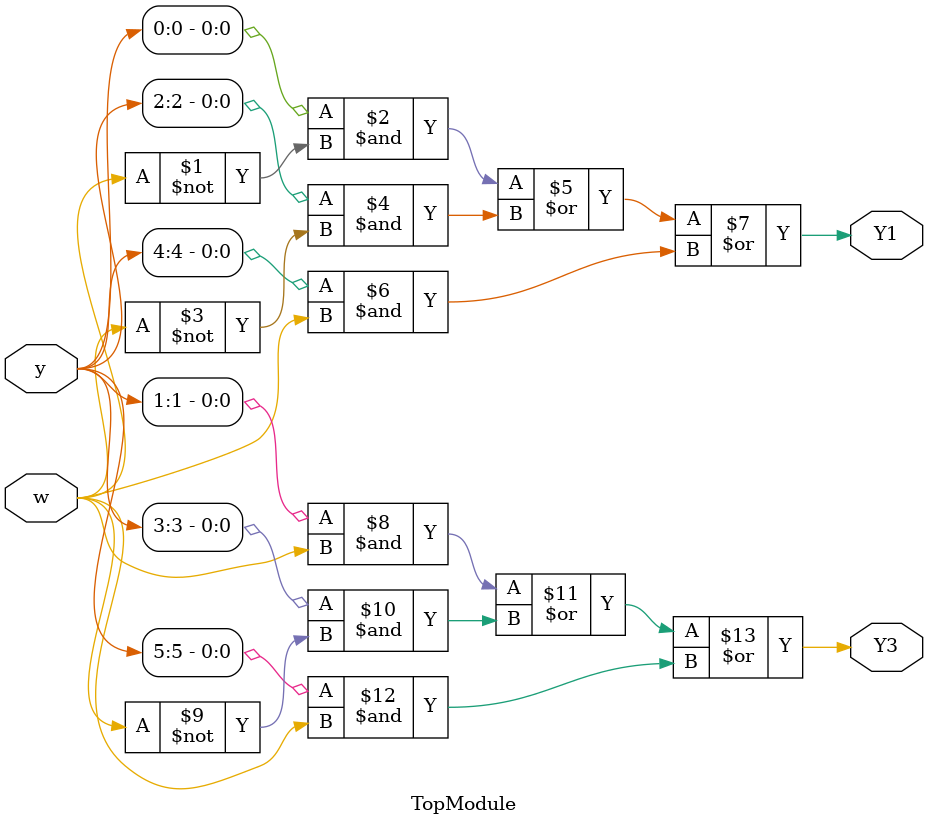
<source format=sv>
module TopModule
(
  input  logic [5:0] y,
  input  logic       w,
  output logic       Y1,
  output logic       Y3
);

  // Combinational logic

  assign Y1 = (y[0] & ~w) | (y[2] & ~w) | (y[4] & w);
  assign Y3 = (y[1] & w)  | (y[3] & ~w) | (y[5] & w);

endmodule
</source>
